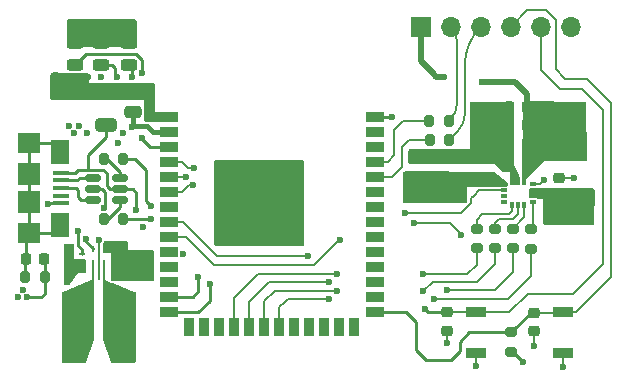
<source format=gtl>
G04 #@! TF.GenerationSoftware,KiCad,Pcbnew,9.0.0*
G04 #@! TF.CreationDate,2025-02-24T19:41:20+01:00*
G04 #@! TF.ProjectId,SourceFIle,536f7572-6365-4464-996c-652e6b696361,02*
G04 #@! TF.SameCoordinates,Original*
G04 #@! TF.FileFunction,Copper,L1,Top*
G04 #@! TF.FilePolarity,Positive*
%FSLAX46Y46*%
G04 Gerber Fmt 4.6, Leading zero omitted, Abs format (unit mm)*
G04 Created by KiCad (PCBNEW 9.0.0) date 2025-02-24 19:41:20*
%MOMM*%
%LPD*%
G01*
G04 APERTURE LIST*
G04 Aperture macros list*
%AMRoundRect*
0 Rectangle with rounded corners*
0 $1 Rounding radius*
0 $2 $3 $4 $5 $6 $7 $8 $9 X,Y pos of 4 corners*
0 Add a 4 corners polygon primitive as box body*
4,1,4,$2,$3,$4,$5,$6,$7,$8,$9,$2,$3,0*
0 Add four circle primitives for the rounded corners*
1,1,$1+$1,$2,$3*
1,1,$1+$1,$4,$5*
1,1,$1+$1,$6,$7*
1,1,$1+$1,$8,$9*
0 Add four rect primitives between the rounded corners*
20,1,$1+$1,$2,$3,$4,$5,0*
20,1,$1+$1,$4,$5,$6,$7,0*
20,1,$1+$1,$6,$7,$8,$9,0*
20,1,$1+$1,$8,$9,$2,$3,0*%
G04 Aperture macros list end*
G04 #@! TA.AperFunction,SMDPad,CuDef*
%ADD10RoundRect,0.225000X-0.225000X-0.250000X0.225000X-0.250000X0.225000X0.250000X-0.225000X0.250000X0*%
G04 #@! TD*
G04 #@! TA.AperFunction,SMDPad,CuDef*
%ADD11RoundRect,0.225000X-0.250000X0.225000X-0.250000X-0.225000X0.250000X-0.225000X0.250000X0.225000X0*%
G04 #@! TD*
G04 #@! TA.AperFunction,SMDPad,CuDef*
%ADD12RoundRect,0.225000X0.225000X0.250000X-0.225000X0.250000X-0.225000X-0.250000X0.225000X-0.250000X0*%
G04 #@! TD*
G04 #@! TA.AperFunction,SMDPad,CuDef*
%ADD13R,1.350000X0.400000*%
G04 #@! TD*
G04 #@! TA.AperFunction,SMDPad,CuDef*
%ADD14R,1.600000X2.100000*%
G04 #@! TD*
G04 #@! TA.AperFunction,SMDPad,CuDef*
%ADD15R,1.900000X1.800000*%
G04 #@! TD*
G04 #@! TA.AperFunction,SMDPad,CuDef*
%ADD16R,1.900000X1.900000*%
G04 #@! TD*
G04 #@! TA.AperFunction,SMDPad,CuDef*
%ADD17R,1.500000X0.900000*%
G04 #@! TD*
G04 #@! TA.AperFunction,SMDPad,CuDef*
%ADD18R,0.900000X1.500000*%
G04 #@! TD*
G04 #@! TA.AperFunction,SMDPad,CuDef*
%ADD19R,0.900000X0.900000*%
G04 #@! TD*
G04 #@! TA.AperFunction,ComponentPad*
%ADD20R,1.700000X1.700000*%
G04 #@! TD*
G04 #@! TA.AperFunction,ComponentPad*
%ADD21O,1.700000X1.700000*%
G04 #@! TD*
G04 #@! TA.AperFunction,SMDPad,CuDef*
%ADD22RoundRect,0.150000X-0.512500X-0.150000X0.512500X-0.150000X0.512500X0.150000X-0.512500X0.150000X0*%
G04 #@! TD*
G04 #@! TA.AperFunction,SMDPad,CuDef*
%ADD23RoundRect,0.243750X-0.456250X0.243750X-0.456250X-0.243750X0.456250X-0.243750X0.456250X0.243750X0*%
G04 #@! TD*
G04 #@! TA.AperFunction,SMDPad,CuDef*
%ADD24RoundRect,0.200000X0.275000X-0.200000X0.275000X0.200000X-0.275000X0.200000X-0.275000X-0.200000X0*%
G04 #@! TD*
G04 #@! TA.AperFunction,SMDPad,CuDef*
%ADD25R,1.700000X0.900000*%
G04 #@! TD*
G04 #@! TA.AperFunction,SMDPad,CuDef*
%ADD26RoundRect,0.200000X-0.200000X-0.275000X0.200000X-0.275000X0.200000X0.275000X-0.200000X0.275000X0*%
G04 #@! TD*
G04 #@! TA.AperFunction,SMDPad,CuDef*
%ADD27R,0.576580X0.351536*%
G04 #@! TD*
G04 #@! TA.AperFunction,SMDPad,CuDef*
%ADD28R,0.351536X0.576580*%
G04 #@! TD*
G04 #@! TA.AperFunction,SMDPad,CuDef*
%ADD29RoundRect,0.250000X0.475000X-0.250000X0.475000X0.250000X-0.475000X0.250000X-0.475000X-0.250000X0*%
G04 #@! TD*
G04 #@! TA.AperFunction,SMDPad,CuDef*
%ADD30RoundRect,0.250000X0.650000X-0.325000X0.650000X0.325000X-0.650000X0.325000X-0.650000X-0.325000X0*%
G04 #@! TD*
G04 #@! TA.AperFunction,SMDPad,CuDef*
%ADD31RoundRect,0.200000X-0.275000X0.200000X-0.275000X-0.200000X0.275000X-0.200000X0.275000X0.200000X0*%
G04 #@! TD*
G04 #@! TA.AperFunction,SMDPad,CuDef*
%ADD32RoundRect,0.225000X0.250000X-0.225000X0.250000X0.225000X-0.250000X0.225000X-0.250000X-0.225000X0*%
G04 #@! TD*
G04 #@! TA.AperFunction,SMDPad,CuDef*
%ADD33R,0.220000X1.790000*%
G04 #@! TD*
G04 #@! TA.AperFunction,SMDPad,CuDef*
%ADD34R,0.240000X1.790000*%
G04 #@! TD*
G04 #@! TA.AperFunction,SMDPad,CuDef*
%ADD35R,0.600000X0.240000*%
G04 #@! TD*
G04 #@! TA.AperFunction,SMDPad,CuDef*
%ADD36R,0.240000X0.600000*%
G04 #@! TD*
G04 #@! TA.AperFunction,SMDPad,CuDef*
%ADD37RoundRect,0.200000X0.200000X0.275000X-0.200000X0.275000X-0.200000X-0.275000X0.200000X-0.275000X0*%
G04 #@! TD*
G04 #@! TA.AperFunction,SMDPad,CuDef*
%ADD38R,2.000000X6.000000*%
G04 #@! TD*
G04 #@! TA.AperFunction,ViaPad*
%ADD39C,0.600000*%
G04 #@! TD*
G04 #@! TA.AperFunction,Conductor*
%ADD40C,0.254000*%
G04 #@! TD*
G04 #@! TA.AperFunction,Conductor*
%ADD41C,0.250000*%
G04 #@! TD*
G04 #@! TA.AperFunction,Conductor*
%ADD42C,0.200000*%
G04 #@! TD*
G04 #@! TA.AperFunction,Conductor*
%ADD43C,0.500000*%
G04 #@! TD*
G04 #@! TA.AperFunction,Conductor*
%ADD44C,0.400000*%
G04 #@! TD*
G04 APERTURE END LIST*
D10*
X128415000Y-91270000D03*
X129965000Y-91270000D03*
D11*
X167325000Y-82798332D03*
X167325000Y-84348332D03*
X171400000Y-95825000D03*
X171400000Y-97375000D03*
D12*
X170850000Y-83073332D03*
X169300000Y-83073332D03*
D13*
X131390000Y-83990000D03*
X131390000Y-84640000D03*
X131390000Y-85290000D03*
X131390000Y-85940000D03*
X131390000Y-86590000D03*
D14*
X131265000Y-82190000D03*
X131265000Y-88390000D03*
D15*
X128715000Y-81490000D03*
D16*
X128715000Y-84090000D03*
X128715000Y-86490000D03*
D15*
X128715000Y-89090000D03*
D17*
X140500000Y-79270000D03*
X140500000Y-80540000D03*
X140500000Y-81810000D03*
X140500000Y-83080000D03*
X140500000Y-84350000D03*
X140500000Y-85620000D03*
X140500000Y-86890000D03*
X140500000Y-88160000D03*
X140500000Y-89430000D03*
X140500000Y-90700000D03*
X140500000Y-91970000D03*
X140500000Y-93240000D03*
X140500000Y-94510000D03*
X140500000Y-95780000D03*
D18*
X142265000Y-97030000D03*
X143535000Y-97030000D03*
X144805000Y-97030000D03*
X146075000Y-97030000D03*
X147345000Y-97030000D03*
X148615000Y-97030000D03*
X149885000Y-97030000D03*
X151155000Y-97030000D03*
X152425000Y-97030000D03*
X153695000Y-97030000D03*
X154965000Y-97030000D03*
X156235000Y-97030000D03*
D17*
X158000000Y-95780000D03*
X158000000Y-94510000D03*
X158000000Y-93240000D03*
X158000000Y-91970000D03*
X158000000Y-90700000D03*
X158000000Y-89430000D03*
X158000000Y-88160000D03*
X158000000Y-86890000D03*
X158000000Y-85620000D03*
X158000000Y-84350000D03*
X158000000Y-83080000D03*
X158000000Y-81810000D03*
X158000000Y-80540000D03*
X158000000Y-79270000D03*
D19*
X147750000Y-86990000D03*
X146350000Y-85590000D03*
X146350000Y-86990000D03*
X146350000Y-88390000D03*
X147750000Y-88390000D03*
X149150000Y-88390000D03*
X149150000Y-86990000D03*
X149150000Y-85590000D03*
X147750000Y-85590000D03*
D20*
X161830000Y-71660000D03*
D21*
X164370000Y-71660000D03*
X166910000Y-71660000D03*
X169450000Y-71660000D03*
X171990000Y-71660000D03*
X174530000Y-71660000D03*
D22*
X134097500Y-84427500D03*
X134097500Y-85377500D03*
X134097500Y-86327500D03*
X136372500Y-86327500D03*
X136372500Y-85377500D03*
X136372500Y-84427500D03*
D23*
X137110000Y-72980000D03*
X137110000Y-74855000D03*
D12*
X170850000Y-79980000D03*
X169300000Y-79980000D03*
D24*
X171201666Y-90403332D03*
X171201666Y-88753332D03*
D12*
X170850000Y-81526666D03*
X169300000Y-81526666D03*
D25*
X173880000Y-99210000D03*
X173880000Y-95810000D03*
D26*
X162575000Y-79636666D03*
X164225000Y-79636666D03*
D27*
X171325300Y-86479633D03*
X171325300Y-85979632D03*
X171325300Y-85479632D03*
X171325300Y-84979631D03*
D28*
X170614999Y-84773332D03*
X170115000Y-84773332D03*
X169615001Y-84773332D03*
D27*
X168904700Y-84979631D03*
X168904700Y-85479632D03*
X168904700Y-85979632D03*
X168904700Y-86479633D03*
D28*
X169615001Y-86685932D03*
X170115000Y-86685932D03*
X170614999Y-86685932D03*
D12*
X170850000Y-78433332D03*
X169300000Y-78433332D03*
D29*
X137470000Y-78810000D03*
X137470000Y-76910000D03*
D23*
X132560000Y-72987500D03*
X132560000Y-74862500D03*
D30*
X135180000Y-79935000D03*
X135180000Y-76985000D03*
D24*
X169500000Y-99150000D03*
X169500000Y-97500000D03*
D31*
X166571666Y-88733332D03*
X166571666Y-90383332D03*
D32*
X173585000Y-85979632D03*
X173585000Y-84429632D03*
D25*
X166520000Y-99210000D03*
X166520000Y-95810000D03*
D33*
X134080000Y-92185000D03*
D34*
X134570000Y-92185000D03*
D33*
X135060000Y-92185000D03*
D35*
X135970000Y-92380000D03*
X135970000Y-91880000D03*
X135970000Y-91380000D03*
X135970000Y-90880000D03*
D36*
X135070000Y-90480000D03*
X134570000Y-90480000D03*
X134070000Y-90480000D03*
D35*
X133170000Y-90880000D03*
X133170000Y-91380000D03*
X133170000Y-91880000D03*
X133170000Y-92380000D03*
D26*
X135000000Y-87920000D03*
X136650000Y-87920000D03*
X162595000Y-81216666D03*
X164245000Y-81216666D03*
D31*
X168115000Y-88733332D03*
X168115000Y-90383332D03*
D26*
X135015000Y-82840000D03*
X136665000Y-82840000D03*
D32*
X164225000Y-84348332D03*
X164225000Y-82798332D03*
D23*
X134790000Y-72987500D03*
X134790000Y-74862500D03*
D32*
X162675000Y-84348332D03*
X162675000Y-82798332D03*
D37*
X130015000Y-92800000D03*
X128365000Y-92800000D03*
D38*
X132465000Y-97090000D03*
X136765000Y-97090000D03*
D32*
X165775000Y-84348332D03*
X165775000Y-82798332D03*
D11*
X164050000Y-95815000D03*
X164050000Y-97365000D03*
D31*
X169658333Y-88733332D03*
X169658333Y-90383332D03*
D39*
X130920000Y-76550000D03*
X146230000Y-84280000D03*
X151580000Y-83470000D03*
X171400000Y-98640000D03*
X148450000Y-89640000D03*
X144810000Y-86037000D03*
X135010000Y-71300000D03*
X150840000Y-86080000D03*
X167100000Y-78840000D03*
X141760000Y-90850000D03*
X135065797Y-86945000D03*
X147050000Y-89640000D03*
X150820000Y-84270000D03*
X136190000Y-81450000D03*
X168180000Y-80570000D03*
X149250000Y-84250000D03*
X134760000Y-75900000D03*
X132370000Y-71290000D03*
X134610000Y-89690000D03*
X151630000Y-86950000D03*
X145550000Y-83460000D03*
X150840000Y-87710000D03*
X144810000Y-87700000D03*
X147670000Y-84250000D03*
X133650000Y-75900000D03*
X131640000Y-76130000D03*
X128140000Y-93890000D03*
X135960000Y-72180000D03*
X167640000Y-79730000D03*
X146820000Y-83420000D03*
X130330000Y-86630000D03*
X128550000Y-94520000D03*
X148540000Y-83440000D03*
X144830000Y-89660000D03*
X151640000Y-88760000D03*
X137370000Y-71310000D03*
X168170000Y-78850000D03*
X150790000Y-89650000D03*
X166510000Y-100370000D03*
X159450000Y-79300000D03*
X150160000Y-83470000D03*
X164040000Y-98440000D03*
X130930000Y-77430000D03*
X130940000Y-75700000D03*
X138300000Y-88570000D03*
X174790000Y-84430000D03*
X133650000Y-72150000D03*
X173890000Y-100470000D03*
X132590000Y-75890000D03*
X161370000Y-82580000D03*
X151610000Y-85230000D03*
X144820000Y-84290000D03*
X167640000Y-81500000D03*
X127790000Y-94530000D03*
X131600000Y-77010000D03*
X167100000Y-80520000D03*
X137770000Y-87160000D03*
X137430000Y-91490000D03*
X136990000Y-90850000D03*
X138390000Y-91500000D03*
X138830000Y-90860000D03*
X135700000Y-90120000D03*
X137880000Y-90860000D03*
X163510000Y-85860000D03*
X172300000Y-78880000D03*
X170500000Y-100000000D03*
X175040000Y-81270000D03*
X176100000Y-85880000D03*
X132140000Y-91990000D03*
X174940000Y-85890000D03*
X172970000Y-80060000D03*
X172970000Y-82330000D03*
X136610000Y-80650000D03*
X173600000Y-78880000D03*
X132140000Y-91190000D03*
X132040000Y-80030000D03*
X161110000Y-85840000D03*
X174990000Y-78870000D03*
X132140000Y-90390000D03*
X162340000Y-85850000D03*
X132150000Y-92800000D03*
X174990000Y-87800000D03*
X174310000Y-82300000D03*
X176090000Y-87820000D03*
X167000000Y-76310000D03*
X172310000Y-81320000D03*
X174290000Y-80100000D03*
X137370000Y-80080000D03*
X133580000Y-80650000D03*
X161120000Y-84540000D03*
X175570000Y-86860000D03*
X164630000Y-85880000D03*
X132940000Y-80060000D03*
X163810000Y-75870000D03*
X132490000Y-80640000D03*
X173590000Y-81320000D03*
X162170000Y-95520000D03*
X138270000Y-81060000D03*
X137420000Y-75910000D03*
X136130000Y-75870000D03*
X138220000Y-75560000D03*
X162060000Y-92600000D03*
X154780000Y-92590000D03*
X154780000Y-93980000D03*
X162080000Y-93980000D03*
X138980000Y-87940000D03*
X143030000Y-92820000D03*
X163000000Y-94660000D03*
X154070000Y-94660000D03*
X143980000Y-93390000D03*
X138990000Y-86820000D03*
X142000000Y-84360000D03*
X165270000Y-89230000D03*
X161290000Y-88260000D03*
X172280000Y-84620000D03*
X152310000Y-91020000D03*
X142610000Y-83610000D03*
X154080000Y-93260000D03*
X164040000Y-93930000D03*
X142600000Y-85050000D03*
X160540000Y-87430000D03*
X155010000Y-89660000D03*
X133500000Y-89590000D03*
X132850000Y-88950000D03*
D40*
X170500000Y-100000000D02*
X169650000Y-99150000D01*
X169650000Y-99150000D02*
X169500000Y-99150000D01*
D41*
X159420000Y-79270000D02*
X159450000Y-79300000D01*
D42*
X173880000Y-100460000D02*
X173890000Y-100470000D01*
D40*
X129710000Y-94520000D02*
X130015000Y-94215000D01*
D42*
X134570000Y-92185000D02*
X134570000Y-90480000D01*
D41*
X158000000Y-79270000D02*
X159420000Y-79270000D01*
D42*
X164050000Y-97365000D02*
X164050000Y-98430000D01*
D40*
X130330000Y-86630000D02*
X130370000Y-86590000D01*
D42*
X134610000Y-89690000D02*
X134570000Y-89730000D01*
X166520000Y-100360000D02*
X166510000Y-100370000D01*
X173585000Y-84429632D02*
X174789632Y-84429632D01*
X164050000Y-98430000D02*
X164040000Y-98440000D01*
X171400000Y-97375000D02*
X171400000Y-98640000D01*
X166520000Y-99210000D02*
X166520000Y-100360000D01*
X174789632Y-84429632D02*
X174790000Y-84430000D01*
D40*
X130015000Y-92800000D02*
X130015000Y-91320000D01*
X134877500Y-85377500D02*
X134097500Y-85377500D01*
X130370000Y-86590000D02*
X131390000Y-86590000D01*
X128550000Y-94520000D02*
X129710000Y-94520000D01*
X135087000Y-86923797D02*
X135087000Y-85587000D01*
X135087000Y-85587000D02*
X134877500Y-85377500D01*
X130015000Y-94215000D02*
X130015000Y-92800000D01*
D42*
X134570000Y-89730000D02*
X134570000Y-90480000D01*
X173880000Y-99210000D02*
X173880000Y-100460000D01*
D40*
X135065797Y-86945000D02*
X135087000Y-86923797D01*
X130015000Y-91320000D02*
X129965000Y-91270000D01*
X131390000Y-83990000D02*
X132540000Y-83990000D01*
X133660000Y-82470000D02*
X133660000Y-83720000D01*
X134980000Y-83720000D02*
X135270000Y-84010000D01*
X137770000Y-85690000D02*
X137457500Y-85377500D01*
X137457500Y-85377500D02*
X136372500Y-85377500D01*
X135270000Y-84010000D02*
X135270000Y-85127948D01*
X133660000Y-83720000D02*
X134980000Y-83720000D01*
X135180000Y-79935000D02*
X135180000Y-80950000D01*
X135180000Y-80950000D02*
X133660000Y-82470000D01*
X132540000Y-83990000D02*
X132810000Y-83720000D01*
X135270000Y-85127948D02*
X135519552Y-85377500D01*
X135519552Y-85377500D02*
X136372500Y-85377500D01*
X137770000Y-87160000D02*
X137770000Y-85690000D01*
X132810000Y-83720000D02*
X133660000Y-83720000D01*
D41*
X128715000Y-81490000D02*
X130565000Y-81490000D01*
D40*
X128415000Y-89390000D02*
X128715000Y-89090000D01*
X128365000Y-91320000D02*
X128415000Y-91270000D01*
X128415000Y-91270000D02*
X128415000Y-89390000D01*
D41*
X128715000Y-89090000D02*
X130565000Y-89090000D01*
X130565000Y-89090000D02*
X131265000Y-88390000D01*
X130565000Y-81490000D02*
X131265000Y-82190000D01*
X128715000Y-81490000D02*
X128715000Y-89090000D01*
D40*
X128365000Y-92800000D02*
X128365000Y-91320000D01*
D41*
X137770000Y-78810000D02*
X137470000Y-78810000D01*
D43*
X161830000Y-71660000D02*
X161830000Y-74540000D01*
D44*
X137380000Y-80070000D02*
X137370000Y-80080000D01*
X139140000Y-80540000D02*
X138670000Y-80070000D01*
D43*
X170850000Y-77360000D02*
X170850000Y-78433332D01*
X169800000Y-76310000D02*
X170850000Y-77360000D01*
X161830000Y-74540000D02*
X162870000Y-75580000D01*
X163160000Y-75870000D02*
X163810000Y-75870000D01*
X167000000Y-76310000D02*
X169800000Y-76310000D01*
D44*
X138670000Y-80070000D02*
X137380000Y-80070000D01*
X140500000Y-80540000D02*
X139140000Y-80540000D01*
X137470000Y-78810000D02*
X137470000Y-79980000D01*
D43*
X162870000Y-75580000D02*
X163160000Y-75870000D01*
D44*
X137470000Y-79980000D02*
X137370000Y-80080000D01*
D40*
X162675000Y-84348332D02*
X167325000Y-84348332D01*
D42*
X173600000Y-76920000D02*
X175510000Y-76920000D01*
X177270000Y-91700000D02*
X174730000Y-94240000D01*
X170890000Y-94240000D02*
X169320000Y-95810000D01*
D41*
X138270000Y-81150000D02*
X138930000Y-81810000D01*
X138930000Y-81810000D02*
X140500000Y-81810000D01*
D42*
X171990000Y-71660000D02*
X171990000Y-75310000D01*
X166515000Y-95815000D02*
X166520000Y-95810000D01*
X171990000Y-75310000D02*
X173600000Y-76920000D01*
D40*
X164050000Y-95815000D02*
X162465000Y-95815000D01*
D42*
X169320000Y-95810000D02*
X166520000Y-95810000D01*
X177270000Y-78680000D02*
X177270000Y-91700000D01*
D40*
X162465000Y-95815000D02*
X162170000Y-95520000D01*
D42*
X175510000Y-76920000D02*
X177270000Y-78680000D01*
D41*
X138270000Y-81060000D02*
X138270000Y-81150000D01*
D42*
X174730000Y-94240000D02*
X170890000Y-94240000D01*
X164050000Y-95815000D02*
X166515000Y-95815000D01*
D40*
X165970000Y-97500000D02*
X169100000Y-97500000D01*
D42*
X175790000Y-95040000D02*
X177980000Y-92850000D01*
D40*
X158000000Y-95780000D02*
X160570000Y-95780000D01*
D42*
X175950000Y-76020000D02*
X177980000Y-78050000D01*
D40*
X161450000Y-96660000D02*
X161450000Y-98970000D01*
D42*
X173880000Y-95810000D02*
X175020000Y-95810000D01*
X172460000Y-70250000D02*
X173260000Y-71050000D01*
D40*
X165160000Y-99100000D02*
X165160000Y-98310000D01*
X169350000Y-97250000D02*
X169750000Y-97250000D01*
X169500000Y-97500000D02*
X169350000Y-97350000D01*
D42*
X171400000Y-95825000D02*
X173843787Y-95825000D01*
X170860000Y-70250000D02*
X172460000Y-70250000D01*
X177980000Y-92850000D02*
X177980000Y-78050000D01*
D40*
X169350000Y-97350000D02*
X169350000Y-97250000D01*
X160570000Y-95780000D02*
X161450000Y-96660000D01*
X165160000Y-98310000D02*
X165970000Y-97500000D01*
D42*
X174090000Y-76020000D02*
X175950000Y-76020000D01*
D40*
X164440000Y-99820000D02*
X165160000Y-99100000D01*
D42*
X175020000Y-95810000D02*
X175790000Y-95040000D01*
X169450000Y-71660000D02*
X170860000Y-70250000D01*
D40*
X171175000Y-95825000D02*
X171400000Y-95825000D01*
X162300000Y-99820000D02*
X164440000Y-99820000D01*
X161450000Y-98970000D02*
X162300000Y-99820000D01*
D42*
X173260000Y-71050000D02*
X173260000Y-75190000D01*
X173260000Y-75190000D02*
X174090000Y-76020000D01*
D40*
X169750000Y-97250000D02*
X171175000Y-95825000D01*
X169100000Y-97500000D02*
X169350000Y-97250000D01*
D42*
X173843787Y-95825000D02*
G75*
G03*
X173880004Y-95810004I13J51200D01*
G01*
D41*
X137420000Y-75910000D02*
X137420000Y-75165000D01*
X137420000Y-75165000D02*
X137110000Y-74855000D01*
D40*
X135930000Y-75080000D02*
X135930000Y-75670000D01*
X135712500Y-74862500D02*
X135930000Y-75080000D01*
X134790000Y-74862500D02*
X135712500Y-74862500D01*
X135930000Y-75670000D02*
X136130000Y-75870000D01*
D41*
X137750000Y-73950000D02*
X138090000Y-74290000D01*
X134610000Y-73950000D02*
X137750000Y-73950000D01*
X132560000Y-74862500D02*
X133472500Y-73950000D01*
X133472500Y-73950000D02*
X134610000Y-73950000D01*
X138090000Y-74290000D02*
X138220000Y-74420000D01*
X138220000Y-74420000D02*
X138220000Y-75560000D01*
D42*
X148050000Y-92590000D02*
X154780000Y-92590000D01*
X162060000Y-92600000D02*
X165740000Y-92600000D01*
X166571666Y-91768334D02*
X166571666Y-90383332D01*
X146075000Y-94565000D02*
X147010000Y-93630000D01*
X147010000Y-93630000D02*
X148050000Y-92590000D01*
X165740000Y-92600000D02*
X166571666Y-91768334D01*
X146075000Y-97030000D02*
X146075000Y-94565000D01*
X148615000Y-94875000D02*
X148615000Y-97030000D01*
X154780000Y-93980000D02*
X149510000Y-93980000D01*
X162080000Y-93980000D02*
X162850000Y-93210000D01*
X162850000Y-93210000D02*
X166610000Y-93210000D01*
X149510000Y-93980000D02*
X148615000Y-94875000D01*
X166610000Y-93210000D02*
X168115000Y-91705000D01*
X168115000Y-91705000D02*
X168115000Y-90383332D01*
D40*
X136650000Y-87920000D02*
X138960000Y-87920000D01*
X138960000Y-87920000D02*
X138980000Y-87940000D01*
X143030000Y-92820000D02*
X143030000Y-94040000D01*
X143030000Y-94040000D02*
X142560000Y-94510000D01*
X142560000Y-94510000D02*
X140500000Y-94510000D01*
D42*
X160373334Y-79636666D02*
X162575000Y-79636666D01*
X159600000Y-82520000D02*
X159600000Y-80410000D01*
X159600000Y-80410000D02*
X160373334Y-79636666D01*
X158000000Y-83080000D02*
X159040000Y-83080000D01*
X159040000Y-83080000D02*
X159600000Y-82520000D01*
X150590000Y-94660000D02*
X154070000Y-94660000D01*
X150320000Y-94930000D02*
X150590000Y-94660000D01*
X169250000Y-94660000D02*
X171201666Y-92708334D01*
X149885000Y-95365000D02*
X150320000Y-94930000D01*
X163000000Y-94660000D02*
X169250000Y-94660000D01*
X149885000Y-97030000D02*
X149885000Y-95365000D01*
X171201666Y-92708334D02*
X171201666Y-90403332D01*
D40*
X138990000Y-86820000D02*
X138590000Y-86420000D01*
X138590000Y-86420000D02*
X138590000Y-83740000D01*
X138590000Y-83740000D02*
X137690000Y-82840000D01*
X143030000Y-95780000D02*
X140500000Y-95780000D01*
X143980000Y-94830000D02*
X143030000Y-95780000D01*
X143980000Y-93390000D02*
X143980000Y-94830000D01*
X137690000Y-82840000D02*
X136665000Y-82840000D01*
D42*
X160250000Y-81810000D02*
X160250000Y-83530000D01*
X160843334Y-81216666D02*
X160250000Y-81810000D01*
X159430000Y-84350000D02*
X158000000Y-84350000D01*
X160250000Y-83530000D02*
X159430000Y-84350000D01*
X162595000Y-81216666D02*
X160843334Y-81216666D01*
X141990000Y-84350000D02*
X142000000Y-84360000D01*
X140500000Y-84350000D02*
X141990000Y-84350000D01*
X165270000Y-89210000D02*
X165270000Y-89230000D01*
X164320000Y-88260000D02*
X165050000Y-88990000D01*
X152280000Y-91050000D02*
X144610000Y-91050000D01*
X165050000Y-88990000D02*
X165270000Y-89210000D01*
X171920369Y-84979631D02*
X172280000Y-84620000D01*
X141720000Y-88160000D02*
X140500000Y-88160000D01*
X152310000Y-91020000D02*
X152280000Y-91050000D01*
X171325300Y-84979631D02*
X171920369Y-84979631D01*
X144610000Y-91050000D02*
X141720000Y-88160000D01*
X161290000Y-88260000D02*
X164320000Y-88260000D01*
X142610000Y-83610000D02*
X142160000Y-83610000D01*
X142160000Y-83610000D02*
X141630000Y-83080000D01*
X141630000Y-83080000D02*
X140500000Y-83080000D01*
X148980000Y-93260000D02*
X154080000Y-93260000D01*
X164040000Y-93930000D02*
X168110000Y-93930000D01*
X169658333Y-92381667D02*
X169658333Y-90383332D01*
X147345000Y-97030000D02*
X147345000Y-94895000D01*
X147345000Y-94895000D02*
X148730000Y-93510000D01*
X148730000Y-93510000D02*
X148980000Y-93260000D01*
X168110000Y-93930000D02*
X169658333Y-92381667D01*
X140500000Y-85620000D02*
X141670000Y-85620000D01*
X142240000Y-85050000D02*
X142600000Y-85050000D01*
X142000000Y-85290000D02*
X142240000Y-85050000D01*
X141670000Y-85620000D02*
X142000000Y-85290000D01*
X165280000Y-87430000D02*
X160540000Y-87430000D01*
X166340000Y-85960000D02*
X166140000Y-86160000D01*
X168420000Y-85480000D02*
X167220000Y-85480000D01*
X168420368Y-85479632D02*
X168420000Y-85480000D01*
X155010000Y-89660000D02*
X154960000Y-89660000D01*
X141970000Y-89430000D02*
X140500000Y-89430000D01*
X144320000Y-91780000D02*
X141970000Y-89430000D01*
X152840000Y-91780000D02*
X144320000Y-91780000D01*
X166820000Y-85480000D02*
X166340000Y-85960000D01*
X167220000Y-85480000D02*
X166820000Y-85480000D01*
X154960000Y-89660000D02*
X152840000Y-91780000D01*
X166140000Y-86570000D02*
X165280000Y-87430000D01*
X166140000Y-86160000D02*
X166140000Y-86570000D01*
X168904700Y-85479632D02*
X168420368Y-85479632D01*
D40*
X132840000Y-85460000D02*
X132840000Y-86070000D01*
X132670000Y-85290000D02*
X132840000Y-85460000D01*
X131390000Y-85290000D02*
X132670000Y-85290000D01*
X132840000Y-86070000D02*
X133097500Y-86327500D01*
X133097500Y-86327500D02*
X134097500Y-86327500D01*
X132780000Y-84640000D02*
X132992500Y-84427500D01*
X132992500Y-84427500D02*
X134097500Y-84427500D01*
X131390000Y-84640000D02*
X132780000Y-84640000D01*
D42*
X164977781Y-80483885D02*
X164245000Y-81216666D01*
X165580000Y-74870904D02*
X165580000Y-79030000D01*
X166910000Y-71660000D02*
G75*
G03*
X165580002Y-74870904I3210900J-3210900D01*
G01*
X165580000Y-79030000D02*
G75*
G02*
X164977780Y-80483884I-2056100J0D01*
G01*
X164298284Y-79563383D02*
X164225000Y-79636666D01*
X164950000Y-73060243D02*
X164950000Y-77990000D01*
X164370000Y-71660000D02*
G75*
G02*
X164949982Y-73060243I-1400200J-1400200D01*
G01*
X164950000Y-77990000D02*
G75*
G02*
X164298284Y-79563383I-2225100J0D01*
G01*
D41*
X134070000Y-90380000D02*
X134070000Y-90480000D01*
X133500000Y-89590000D02*
X133500000Y-89810000D01*
X133500000Y-89810000D02*
X134070000Y-90380000D01*
X133050000Y-90400000D02*
X132860000Y-90210000D01*
X133170000Y-90520000D02*
X133050000Y-90400000D01*
X133170000Y-90880000D02*
X133170000Y-90520000D01*
X132860000Y-88960000D02*
X132850000Y-88950000D01*
X132860000Y-89890000D02*
X132860000Y-88960000D01*
X132860000Y-90210000D02*
X132860000Y-89890000D01*
D42*
X171325300Y-86479633D02*
X171325300Y-88629698D01*
X171325300Y-88629698D02*
X171201666Y-88753332D01*
X170614999Y-86685932D02*
X170614999Y-87776666D01*
X170614999Y-87776666D02*
X169658333Y-88733332D01*
X170115000Y-87455000D02*
X169660000Y-87910000D01*
X168115000Y-88245000D02*
X168115000Y-88733332D01*
X168450000Y-87910000D02*
X168115000Y-88245000D01*
X169660000Y-87910000D02*
X168450000Y-87910000D01*
X170115000Y-86685932D02*
X170115000Y-87455000D01*
X166571666Y-87948334D02*
X166571666Y-88733332D01*
X169615001Y-86685932D02*
X169615001Y-87224999D01*
X169615001Y-87224999D02*
X169340000Y-87500000D01*
X167020000Y-87500000D02*
X166571666Y-87948334D01*
X169340000Y-87500000D02*
X167020000Y-87500000D01*
D40*
X136372500Y-84427500D02*
X136372500Y-83892500D01*
X135320000Y-82840000D02*
X135015000Y-82840000D01*
X136372500Y-83892500D02*
X135320000Y-82840000D01*
X136372500Y-86907500D02*
X135360000Y-87920000D01*
X135360000Y-87920000D02*
X135000000Y-87920000D01*
X136372500Y-86327500D02*
X136372500Y-86907500D01*
G04 #@! TA.AperFunction,Conductor*
G36*
X136993039Y-89769685D02*
G01*
X137038794Y-89822489D01*
X137050000Y-89874000D01*
X137050000Y-91190000D01*
X135622577Y-91190000D01*
X135626113Y-90780000D01*
X135620981Y-90780000D01*
X135074000Y-90780000D01*
X135006961Y-90760315D01*
X134961206Y-90707511D01*
X134950000Y-90656000D01*
X134950000Y-90015328D01*
X134953021Y-90002599D01*
X134952016Y-89993058D01*
X134961261Y-89967893D01*
X134963232Y-89959593D01*
X134964832Y-89956413D01*
X135020481Y-89860027D01*
X135028627Y-89829624D01*
X135034343Y-89818265D01*
X135049867Y-89801659D01*
X135061701Y-89782246D01*
X135073272Y-89776624D01*
X135082059Y-89767227D01*
X135104100Y-89761649D01*
X135124548Y-89751717D01*
X135145111Y-89750000D01*
X136926000Y-89750000D01*
X136993039Y-89769685D01*
G37*
G04 #@! TD.AperFunction*
G04 #@! TA.AperFunction,Conductor*
G36*
X133743039Y-75589685D02*
G01*
X133788794Y-75642489D01*
X133800000Y-75694000D01*
X133800000Y-76429999D01*
X133800000Y-76430000D01*
X139255780Y-76420222D01*
X139322852Y-76439787D01*
X139368702Y-76492508D01*
X139380000Y-76544222D01*
X139380000Y-78820000D01*
X141124629Y-78820000D01*
X141191668Y-78839685D01*
X141237423Y-78892489D01*
X141248622Y-78945363D01*
X141241352Y-79606922D01*
X141220931Y-79673741D01*
X141167628Y-79718913D01*
X141116915Y-79729558D01*
X138573556Y-79720442D01*
X138506587Y-79700517D01*
X138461022Y-79647550D01*
X138450000Y-79596443D01*
X138450000Y-77810000D01*
X130624000Y-77810000D01*
X130556961Y-77790315D01*
X130511206Y-77737511D01*
X130500000Y-77686000D01*
X130500000Y-75694000D01*
X130519685Y-75626961D01*
X130572489Y-75581206D01*
X130624000Y-75570000D01*
X133676000Y-75570000D01*
X133743039Y-75589685D01*
G37*
G04 #@! TD.AperFunction*
G04 #@! TA.AperFunction,Conductor*
G36*
X132407364Y-89988652D02*
G01*
X132474182Y-90009073D01*
X132519354Y-90062376D01*
X132530000Y-90112645D01*
X132530000Y-91270000D01*
X133346000Y-91270000D01*
X133413039Y-91289685D01*
X133458794Y-91342489D01*
X133470000Y-91394000D01*
X133470000Y-92376000D01*
X133450315Y-92443039D01*
X133397511Y-92488794D01*
X133346000Y-92500000D01*
X132869999Y-92500000D01*
X132177205Y-93420563D01*
X132121165Y-93462292D01*
X132078128Y-93470000D01*
X131744000Y-93470000D01*
X131676961Y-93450315D01*
X131631206Y-93397511D01*
X131620000Y-93346000D01*
X131620000Y-90105370D01*
X131639685Y-90038331D01*
X131692489Y-89992576D01*
X131745360Y-89981377D01*
X132407364Y-89988652D01*
G37*
G04 #@! TD.AperFunction*
G04 #@! TA.AperFunction,Conductor*
G36*
X151903240Y-82909758D02*
G01*
X151949064Y-82962502D01*
X151960338Y-83013823D01*
X151979660Y-90075661D01*
X151960158Y-90142754D01*
X151907480Y-90188653D01*
X151855660Y-90200000D01*
X144503661Y-90200000D01*
X144436622Y-90180315D01*
X144390867Y-90127511D01*
X144379661Y-90076340D01*
X144360340Y-83024176D01*
X144379841Y-82957083D01*
X144432520Y-82911183D01*
X144484174Y-82899836D01*
X151836178Y-82890162D01*
X151903240Y-82909758D01*
G37*
G04 #@! TD.AperFunction*
G04 #@! TA.AperFunction,Conductor*
G36*
X174370219Y-85300001D02*
G01*
X176436164Y-85309434D01*
X176503112Y-85329425D01*
X176548625Y-85382437D01*
X176559596Y-85433837D01*
X176550403Y-88256404D01*
X176530501Y-88323379D01*
X176477548Y-88368962D01*
X176426404Y-88380000D01*
X172344000Y-88380000D01*
X172276961Y-88360315D01*
X172231206Y-88307511D01*
X172220000Y-88256000D01*
X172220000Y-86170000D01*
X171673003Y-86170000D01*
X171648814Y-86167618D01*
X171627431Y-86163365D01*
X171162506Y-86163365D01*
X171095467Y-86143680D01*
X171049712Y-86090876D01*
X171038514Y-86040793D01*
X171033472Y-85602113D01*
X171031442Y-85425425D01*
X171050355Y-85358164D01*
X171102630Y-85311805D01*
X171155434Y-85300000D01*
X174369653Y-85300000D01*
X174370219Y-85300001D01*
G37*
G04 #@! TD.AperFunction*
G04 #@! TA.AperFunction,Conductor*
G36*
X137665298Y-70968954D02*
G01*
X137746080Y-71022930D01*
X137800056Y-71103712D01*
X137819010Y-71199000D01*
X137819008Y-71199988D01*
X137811561Y-73076488D01*
X137792229Y-73171700D01*
X137737932Y-73252267D01*
X137656937Y-73305922D01*
X137562563Y-73324500D01*
X133410887Y-73324500D01*
X133350473Y-73336516D01*
X133350474Y-73336517D01*
X133290050Y-73348536D01*
X133290048Y-73348537D01*
X133242897Y-73368067D01*
X133242895Y-73368067D01*
X133176215Y-73395687D01*
X133176215Y-73395688D01*
X133176213Y-73395689D01*
X133115648Y-73436157D01*
X133025889Y-73473337D01*
X132977730Y-73478121D01*
X132109418Y-73479580D01*
X132014098Y-73460786D01*
X131933227Y-73406945D01*
X131879114Y-73326255D01*
X131860000Y-73230998D01*
X131860000Y-71199000D01*
X131878954Y-71103712D01*
X131932930Y-71022930D01*
X132013712Y-70968954D01*
X132109000Y-70950000D01*
X137570010Y-70950000D01*
X137665298Y-70968954D01*
G37*
G04 #@! TD.AperFunction*
G04 #@! TA.AperFunction,Conductor*
G36*
X139107270Y-90529660D02*
G01*
X139174254Y-90549531D01*
X139219863Y-90602461D01*
X139230922Y-90652728D01*
X139249055Y-93064375D01*
X139229876Y-93131560D01*
X139177417Y-93177711D01*
X139124374Y-93189305D01*
X135752850Y-93170678D01*
X135685920Y-93150623D01*
X135640458Y-93097568D01*
X135629536Y-93047148D01*
X135620981Y-90780000D01*
X135626113Y-90780000D01*
X135622577Y-91190000D01*
X137050000Y-91190000D01*
X137050000Y-90523961D01*
X139107270Y-90529660D01*
G37*
G04 #@! TD.AperFunction*
G04 #@! TA.AperFunction,Conductor*
G36*
X135154496Y-93061208D02*
G01*
X135168475Y-93076973D01*
X135310414Y-93133554D01*
X135540151Y-93225136D01*
X135573711Y-93245141D01*
X135580060Y-93250443D01*
X135580063Y-93250446D01*
X135644157Y-93290000D01*
X135711087Y-93310055D01*
X135711088Y-93310055D01*
X135711091Y-93310056D01*
X135752038Y-93316175D01*
X135752040Y-93316175D01*
X135752046Y-93316176D01*
X135752051Y-93316176D01*
X135753633Y-93316298D01*
X135755029Y-93316622D01*
X135756427Y-93316831D01*
X135756410Y-93316942D01*
X135790026Y-93324746D01*
X137597840Y-94045409D01*
X137652825Y-94088519D01*
X137675774Y-94154512D01*
X137675923Y-94160596D01*
X137675817Y-99963863D01*
X137656131Y-100030902D01*
X137603326Y-100076656D01*
X137551801Y-100087861D01*
X135761870Y-100087628D01*
X135694833Y-100067935D01*
X135649085Y-100015125D01*
X135645871Y-100007405D01*
X134948845Y-98159160D01*
X134940869Y-98115205D01*
X134949137Y-93154576D01*
X134968933Y-93087572D01*
X135021814Y-93041905D01*
X135090989Y-93032077D01*
X135154496Y-93061208D01*
G37*
G04 #@! TD.AperFunction*
G04 #@! TA.AperFunction,Conductor*
G36*
X134151169Y-93065178D02*
G01*
X134187492Y-93124865D01*
X134191694Y-93156666D01*
X134199962Y-98117289D01*
X134191985Y-98161252D01*
X133494968Y-100009472D01*
X133452894Y-100065253D01*
X133387341Y-100089431D01*
X133378961Y-100089716D01*
X131589030Y-100089949D01*
X131521988Y-100070273D01*
X131476226Y-100017475D01*
X131465014Y-99965954D01*
X131464908Y-94162682D01*
X131484591Y-94095644D01*
X131537394Y-94049889D01*
X131542964Y-94047508D01*
X133970000Y-93080000D01*
X133977556Y-93076988D01*
X134018963Y-93042850D01*
X134088344Y-93034605D01*
X134151169Y-93065178D01*
G37*
G04 #@! TD.AperFunction*
G04 #@! TA.AperFunction,Conductor*
G36*
X167948776Y-83889946D02*
G01*
X168015790Y-83909718D01*
X168022986Y-83914725D01*
X169149102Y-84758810D01*
X169151654Y-84762224D01*
X169155538Y-84763978D01*
X169172391Y-84789962D01*
X169190938Y-84814769D01*
X169191897Y-84820035D01*
X169193559Y-84822596D01*
X169198729Y-84857510D01*
X169199477Y-85035479D01*
X169180074Y-85102600D01*
X169127463Y-85148577D01*
X169075478Y-85160000D01*
X165760000Y-85160000D01*
X165769127Y-86465133D01*
X165749912Y-86532308D01*
X165697429Y-86578431D01*
X165645130Y-86590000D01*
X160464458Y-86590000D01*
X160397419Y-86570315D01*
X160351664Y-86517511D01*
X160340459Y-86465542D01*
X160340461Y-86465133D01*
X160349543Y-84003701D01*
X160369475Y-83936737D01*
X160422447Y-83891177D01*
X160473699Y-83880161D01*
X167948776Y-83889946D01*
G37*
G04 #@! TD.AperFunction*
G04 #@! TA.AperFunction,Conductor*
G36*
X169693039Y-77979685D02*
G01*
X169738794Y-78032489D01*
X169750000Y-78084000D01*
X169750000Y-83330003D01*
X170075158Y-84010424D01*
X170277881Y-84434641D01*
X170290000Y-84488104D01*
X170290000Y-84916000D01*
X170270315Y-84983039D01*
X170217511Y-85028794D01*
X170166000Y-85040000D01*
X169544000Y-85040000D01*
X169476961Y-85020315D01*
X169431206Y-84967511D01*
X169420000Y-84916000D01*
X169420000Y-83930000D01*
X168814156Y-83930000D01*
X168747117Y-83910315D01*
X168723194Y-83890273D01*
X168129999Y-83249999D01*
X160923831Y-83240168D01*
X160856818Y-83220392D01*
X160811135Y-83167526D01*
X160800000Y-83116168D01*
X160800000Y-82114000D01*
X160819685Y-82046961D01*
X160872489Y-82001206D01*
X160924000Y-81990000D01*
X166029999Y-81990000D01*
X166030000Y-81990000D01*
X166039693Y-78083691D01*
X166059544Y-78016702D01*
X166112462Y-77971078D01*
X166163693Y-77960000D01*
X169626000Y-77960000D01*
X169693039Y-77979685D01*
G37*
G04 #@! TD.AperFunction*
G04 #@! TA.AperFunction,Conductor*
G36*
X175756716Y-77959772D02*
G01*
X175823719Y-77979581D01*
X175869376Y-78032469D01*
X175880486Y-78083283D01*
X175899509Y-82905511D01*
X175880089Y-82972627D01*
X175827466Y-83018590D01*
X175775510Y-83030000D01*
X172260000Y-83030000D01*
X170792049Y-84484396D01*
X170792519Y-84936213D01*
X170789883Y-84945223D01*
X170791179Y-84954522D01*
X170780232Y-84978218D01*
X170772904Y-85003273D01*
X170765814Y-85009428D01*
X170761878Y-85017951D01*
X170739859Y-85031966D01*
X170720148Y-85049083D01*
X170709288Y-85051426D01*
X170702936Y-85055470D01*
X170667980Y-85060341D01*
X170563985Y-85059889D01*
X170497032Y-85039913D01*
X170451507Y-84986911D01*
X170440525Y-84935371D01*
X170469478Y-78073704D01*
X170489445Y-78006749D01*
X170542442Y-77961217D01*
X170593702Y-77950228D01*
X175756716Y-77959772D01*
G37*
G04 #@! TD.AperFunction*
M02*

</source>
